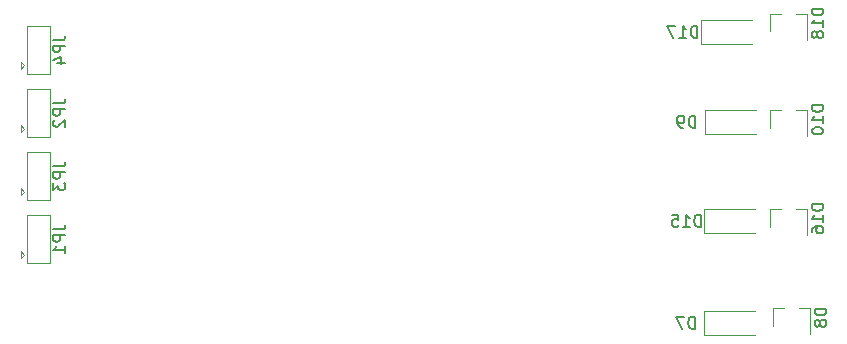
<source format=gbr>
G04 #@! TF.GenerationSoftware,KiCad,Pcbnew,5.1.6-c6e7f7d~87~ubuntu18.04.1*
G04 #@! TF.CreationDate,2020-08-27T22:21:22+02:00*
G04 #@! TF.ProjectId,PeakHoldPWMDriver,5065616b-486f-46c6-9450-574d44726976,rev?*
G04 #@! TF.SameCoordinates,Original*
G04 #@! TF.FileFunction,Legend,Bot*
G04 #@! TF.FilePolarity,Positive*
%FSLAX46Y46*%
G04 Gerber Fmt 4.6, Leading zero omitted, Abs format (unit mm)*
G04 Created by KiCad (PCBNEW 5.1.6-c6e7f7d~87~ubuntu18.04.1) date 2020-08-27 22:21:22*
%MOMM*%
%LPD*%
G01*
G04 APERTURE LIST*
%ADD10C,0.120000*%
%ADD11C,0.150000*%
G04 APERTURE END LIST*
D10*
X138500000Y-79756000D02*
X138200000Y-79456000D01*
X138200000Y-80056000D02*
X138200000Y-79456000D01*
X138500000Y-79756000D02*
X138200000Y-80056000D01*
X138700000Y-80506000D02*
X140700000Y-80506000D01*
X138700000Y-76406000D02*
X138700000Y-80506000D01*
X140700000Y-76406000D02*
X138700000Y-76406000D01*
X140700000Y-80506000D02*
X140700000Y-76406000D01*
X138500000Y-90454000D02*
X138200000Y-90154000D01*
X138200000Y-90754000D02*
X138200000Y-90154000D01*
X138500000Y-90454000D02*
X138200000Y-90754000D01*
X138700000Y-91204000D02*
X140700000Y-91204000D01*
X138700000Y-87104000D02*
X138700000Y-91204000D01*
X140700000Y-87104000D02*
X138700000Y-87104000D01*
X140700000Y-91204000D02*
X140700000Y-87104000D01*
X138500000Y-95788000D02*
X138200000Y-95488000D01*
X138200000Y-96088000D02*
X138200000Y-95488000D01*
X138500000Y-95788000D02*
X138200000Y-96088000D01*
X138700000Y-96538000D02*
X140700000Y-96538000D01*
X138700000Y-92438000D02*
X138700000Y-96538000D01*
X140700000Y-92438000D02*
X138700000Y-92438000D01*
X140700000Y-96538000D02*
X140700000Y-92438000D01*
X138500000Y-85120000D02*
X138200000Y-84820000D01*
X138200000Y-85420000D02*
X138200000Y-84820000D01*
X138500000Y-85120000D02*
X138200000Y-85420000D01*
X138700000Y-85870000D02*
X140700000Y-85870000D01*
X138700000Y-81770000D02*
X138700000Y-85870000D01*
X140700000Y-81770000D02*
X138700000Y-81770000D01*
X140700000Y-85870000D02*
X140700000Y-81770000D01*
X201620000Y-75424000D02*
X201620000Y-76884000D01*
X204780000Y-75424000D02*
X204780000Y-77584000D01*
X204780000Y-75424000D02*
X203850000Y-75424000D01*
X201620000Y-75424000D02*
X202550000Y-75424000D01*
X201620000Y-91950000D02*
X201620000Y-93410000D01*
X204780000Y-91950000D02*
X204780000Y-94110000D01*
X204780000Y-91950000D02*
X203850000Y-91950000D01*
X201620000Y-91950000D02*
X202550000Y-91950000D01*
X201620000Y-83568000D02*
X201620000Y-85028000D01*
X204780000Y-83568000D02*
X204780000Y-85728000D01*
X204780000Y-83568000D02*
X203850000Y-83568000D01*
X201620000Y-83568000D02*
X202550000Y-83568000D01*
X201874000Y-100332000D02*
X201874000Y-101792000D01*
X205034000Y-100332000D02*
X205034000Y-102492000D01*
X205034000Y-100332000D02*
X204104000Y-100332000D01*
X201874000Y-100332000D02*
X202804000Y-100332000D01*
X195796000Y-75962000D02*
X200096000Y-75962000D01*
X195796000Y-77962000D02*
X195796000Y-75962000D01*
X200096000Y-77962000D02*
X195796000Y-77962000D01*
X196050000Y-91964000D02*
X200350000Y-91964000D01*
X196050000Y-93964000D02*
X196050000Y-91964000D01*
X200350000Y-93964000D02*
X196050000Y-93964000D01*
X196106000Y-83582000D02*
X200406000Y-83582000D01*
X196106000Y-85582000D02*
X196106000Y-83582000D01*
X200406000Y-85582000D02*
X196106000Y-85582000D01*
X196078000Y-100600000D02*
X200378000Y-100600000D01*
X196078000Y-102600000D02*
X196078000Y-100600000D01*
X200378000Y-102600000D02*
X196078000Y-102600000D01*
D11*
X140952380Y-77622666D02*
X141666666Y-77622666D01*
X141809523Y-77575047D01*
X141904761Y-77479809D01*
X141952380Y-77336952D01*
X141952380Y-77241714D01*
X141952380Y-78098857D02*
X140952380Y-78098857D01*
X140952380Y-78479809D01*
X141000000Y-78575047D01*
X141047619Y-78622666D01*
X141142857Y-78670285D01*
X141285714Y-78670285D01*
X141380952Y-78622666D01*
X141428571Y-78575047D01*
X141476190Y-78479809D01*
X141476190Y-78098857D01*
X141285714Y-79527428D02*
X141952380Y-79527428D01*
X140904761Y-79289333D02*
X141619047Y-79051238D01*
X141619047Y-79670285D01*
X140952380Y-88320666D02*
X141666666Y-88320666D01*
X141809523Y-88273047D01*
X141904761Y-88177809D01*
X141952380Y-88034952D01*
X141952380Y-87939714D01*
X141952380Y-88796857D02*
X140952380Y-88796857D01*
X140952380Y-89177809D01*
X141000000Y-89273047D01*
X141047619Y-89320666D01*
X141142857Y-89368285D01*
X141285714Y-89368285D01*
X141380952Y-89320666D01*
X141428571Y-89273047D01*
X141476190Y-89177809D01*
X141476190Y-88796857D01*
X140952380Y-89701619D02*
X140952380Y-90320666D01*
X141333333Y-89987333D01*
X141333333Y-90130190D01*
X141380952Y-90225428D01*
X141428571Y-90273047D01*
X141523809Y-90320666D01*
X141761904Y-90320666D01*
X141857142Y-90273047D01*
X141904761Y-90225428D01*
X141952380Y-90130190D01*
X141952380Y-89844476D01*
X141904761Y-89749238D01*
X141857142Y-89701619D01*
X140952380Y-93654666D02*
X141666666Y-93654666D01*
X141809523Y-93607047D01*
X141904761Y-93511809D01*
X141952380Y-93368952D01*
X141952380Y-93273714D01*
X141952380Y-94130857D02*
X140952380Y-94130857D01*
X140952380Y-94511809D01*
X141000000Y-94607047D01*
X141047619Y-94654666D01*
X141142857Y-94702285D01*
X141285714Y-94702285D01*
X141380952Y-94654666D01*
X141428571Y-94607047D01*
X141476190Y-94511809D01*
X141476190Y-94130857D01*
X141952380Y-95654666D02*
X141952380Y-95083238D01*
X141952380Y-95368952D02*
X140952380Y-95368952D01*
X141095238Y-95273714D01*
X141190476Y-95178476D01*
X141238095Y-95083238D01*
X140952380Y-82986666D02*
X141666666Y-82986666D01*
X141809523Y-82939047D01*
X141904761Y-82843809D01*
X141952380Y-82700952D01*
X141952380Y-82605714D01*
X141952380Y-83462857D02*
X140952380Y-83462857D01*
X140952380Y-83843809D01*
X141000000Y-83939047D01*
X141047619Y-83986666D01*
X141142857Y-84034285D01*
X141285714Y-84034285D01*
X141380952Y-83986666D01*
X141428571Y-83939047D01*
X141476190Y-83843809D01*
X141476190Y-83462857D01*
X141047619Y-84415238D02*
X141000000Y-84462857D01*
X140952380Y-84558095D01*
X140952380Y-84796190D01*
X141000000Y-84891428D01*
X141047619Y-84939047D01*
X141142857Y-84986666D01*
X141238095Y-84986666D01*
X141380952Y-84939047D01*
X141952380Y-84367619D01*
X141952380Y-84986666D01*
X206152380Y-74969714D02*
X205152380Y-74969714D01*
X205152380Y-75207809D01*
X205200000Y-75350666D01*
X205295238Y-75445904D01*
X205390476Y-75493523D01*
X205580952Y-75541142D01*
X205723809Y-75541142D01*
X205914285Y-75493523D01*
X206009523Y-75445904D01*
X206104761Y-75350666D01*
X206152380Y-75207809D01*
X206152380Y-74969714D01*
X206152380Y-76493523D02*
X206152380Y-75922095D01*
X206152380Y-76207809D02*
X205152380Y-76207809D01*
X205295238Y-76112571D01*
X205390476Y-76017333D01*
X205438095Y-75922095D01*
X205580952Y-77064952D02*
X205533333Y-76969714D01*
X205485714Y-76922095D01*
X205390476Y-76874476D01*
X205342857Y-76874476D01*
X205247619Y-76922095D01*
X205200000Y-76969714D01*
X205152380Y-77064952D01*
X205152380Y-77255428D01*
X205200000Y-77350666D01*
X205247619Y-77398285D01*
X205342857Y-77445904D01*
X205390476Y-77445904D01*
X205485714Y-77398285D01*
X205533333Y-77350666D01*
X205580952Y-77255428D01*
X205580952Y-77064952D01*
X205628571Y-76969714D01*
X205676190Y-76922095D01*
X205771428Y-76874476D01*
X205961904Y-76874476D01*
X206057142Y-76922095D01*
X206104761Y-76969714D01*
X206152380Y-77064952D01*
X206152380Y-77255428D01*
X206104761Y-77350666D01*
X206057142Y-77398285D01*
X205961904Y-77445904D01*
X205771428Y-77445904D01*
X205676190Y-77398285D01*
X205628571Y-77350666D01*
X205580952Y-77255428D01*
X206152380Y-91495714D02*
X205152380Y-91495714D01*
X205152380Y-91733809D01*
X205200000Y-91876666D01*
X205295238Y-91971904D01*
X205390476Y-92019523D01*
X205580952Y-92067142D01*
X205723809Y-92067142D01*
X205914285Y-92019523D01*
X206009523Y-91971904D01*
X206104761Y-91876666D01*
X206152380Y-91733809D01*
X206152380Y-91495714D01*
X206152380Y-93019523D02*
X206152380Y-92448095D01*
X206152380Y-92733809D02*
X205152380Y-92733809D01*
X205295238Y-92638571D01*
X205390476Y-92543333D01*
X205438095Y-92448095D01*
X205152380Y-93876666D02*
X205152380Y-93686190D01*
X205200000Y-93590952D01*
X205247619Y-93543333D01*
X205390476Y-93448095D01*
X205580952Y-93400476D01*
X205961904Y-93400476D01*
X206057142Y-93448095D01*
X206104761Y-93495714D01*
X206152380Y-93590952D01*
X206152380Y-93781428D01*
X206104761Y-93876666D01*
X206057142Y-93924285D01*
X205961904Y-93971904D01*
X205723809Y-93971904D01*
X205628571Y-93924285D01*
X205580952Y-93876666D01*
X205533333Y-93781428D01*
X205533333Y-93590952D01*
X205580952Y-93495714D01*
X205628571Y-93448095D01*
X205723809Y-93400476D01*
X206152380Y-83113714D02*
X205152380Y-83113714D01*
X205152380Y-83351809D01*
X205200000Y-83494666D01*
X205295238Y-83589904D01*
X205390476Y-83637523D01*
X205580952Y-83685142D01*
X205723809Y-83685142D01*
X205914285Y-83637523D01*
X206009523Y-83589904D01*
X206104761Y-83494666D01*
X206152380Y-83351809D01*
X206152380Y-83113714D01*
X206152380Y-84637523D02*
X206152380Y-84066095D01*
X206152380Y-84351809D02*
X205152380Y-84351809D01*
X205295238Y-84256571D01*
X205390476Y-84161333D01*
X205438095Y-84066095D01*
X205152380Y-85256571D02*
X205152380Y-85351809D01*
X205200000Y-85447047D01*
X205247619Y-85494666D01*
X205342857Y-85542285D01*
X205533333Y-85589904D01*
X205771428Y-85589904D01*
X205961904Y-85542285D01*
X206057142Y-85494666D01*
X206104761Y-85447047D01*
X206152380Y-85351809D01*
X206152380Y-85256571D01*
X206104761Y-85161333D01*
X206057142Y-85113714D01*
X205961904Y-85066095D01*
X205771428Y-85018476D01*
X205533333Y-85018476D01*
X205342857Y-85066095D01*
X205247619Y-85113714D01*
X205200000Y-85161333D01*
X205152380Y-85256571D01*
X206406380Y-100353904D02*
X205406380Y-100353904D01*
X205406380Y-100592000D01*
X205454000Y-100734857D01*
X205549238Y-100830095D01*
X205644476Y-100877714D01*
X205834952Y-100925333D01*
X205977809Y-100925333D01*
X206168285Y-100877714D01*
X206263523Y-100830095D01*
X206358761Y-100734857D01*
X206406380Y-100592000D01*
X206406380Y-100353904D01*
X205834952Y-101496761D02*
X205787333Y-101401523D01*
X205739714Y-101353904D01*
X205644476Y-101306285D01*
X205596857Y-101306285D01*
X205501619Y-101353904D01*
X205454000Y-101401523D01*
X205406380Y-101496761D01*
X205406380Y-101687238D01*
X205454000Y-101782476D01*
X205501619Y-101830095D01*
X205596857Y-101877714D01*
X205644476Y-101877714D01*
X205739714Y-101830095D01*
X205787333Y-101782476D01*
X205834952Y-101687238D01*
X205834952Y-101496761D01*
X205882571Y-101401523D01*
X205930190Y-101353904D01*
X206025428Y-101306285D01*
X206215904Y-101306285D01*
X206311142Y-101353904D01*
X206358761Y-101401523D01*
X206406380Y-101496761D01*
X206406380Y-101687238D01*
X206358761Y-101782476D01*
X206311142Y-101830095D01*
X206215904Y-101877714D01*
X206025428Y-101877714D01*
X205930190Y-101830095D01*
X205882571Y-101782476D01*
X205834952Y-101687238D01*
X195468285Y-77414380D02*
X195468285Y-76414380D01*
X195230190Y-76414380D01*
X195087333Y-76462000D01*
X194992095Y-76557238D01*
X194944476Y-76652476D01*
X194896857Y-76842952D01*
X194896857Y-76985809D01*
X194944476Y-77176285D01*
X194992095Y-77271523D01*
X195087333Y-77366761D01*
X195230190Y-77414380D01*
X195468285Y-77414380D01*
X193944476Y-77414380D02*
X194515904Y-77414380D01*
X194230190Y-77414380D02*
X194230190Y-76414380D01*
X194325428Y-76557238D01*
X194420666Y-76652476D01*
X194515904Y-76700095D01*
X193611142Y-76414380D02*
X192944476Y-76414380D01*
X193373047Y-77414380D01*
X195778285Y-93416380D02*
X195778285Y-92416380D01*
X195540190Y-92416380D01*
X195397333Y-92464000D01*
X195302095Y-92559238D01*
X195254476Y-92654476D01*
X195206857Y-92844952D01*
X195206857Y-92987809D01*
X195254476Y-93178285D01*
X195302095Y-93273523D01*
X195397333Y-93368761D01*
X195540190Y-93416380D01*
X195778285Y-93416380D01*
X194254476Y-93416380D02*
X194825904Y-93416380D01*
X194540190Y-93416380D02*
X194540190Y-92416380D01*
X194635428Y-92559238D01*
X194730666Y-92654476D01*
X194825904Y-92702095D01*
X193349714Y-92416380D02*
X193825904Y-92416380D01*
X193873523Y-92892571D01*
X193825904Y-92844952D01*
X193730666Y-92797333D01*
X193492571Y-92797333D01*
X193397333Y-92844952D01*
X193349714Y-92892571D01*
X193302095Y-92987809D01*
X193302095Y-93225904D01*
X193349714Y-93321142D01*
X193397333Y-93368761D01*
X193492571Y-93416380D01*
X193730666Y-93416380D01*
X193825904Y-93368761D01*
X193873523Y-93321142D01*
X195302095Y-85034380D02*
X195302095Y-84034380D01*
X195064000Y-84034380D01*
X194921142Y-84082000D01*
X194825904Y-84177238D01*
X194778285Y-84272476D01*
X194730666Y-84462952D01*
X194730666Y-84605809D01*
X194778285Y-84796285D01*
X194825904Y-84891523D01*
X194921142Y-84986761D01*
X195064000Y-85034380D01*
X195302095Y-85034380D01*
X194254476Y-85034380D02*
X194064000Y-85034380D01*
X193968761Y-84986761D01*
X193921142Y-84939142D01*
X193825904Y-84796285D01*
X193778285Y-84605809D01*
X193778285Y-84224857D01*
X193825904Y-84129619D01*
X193873523Y-84082000D01*
X193968761Y-84034380D01*
X194159238Y-84034380D01*
X194254476Y-84082000D01*
X194302095Y-84129619D01*
X194349714Y-84224857D01*
X194349714Y-84462952D01*
X194302095Y-84558190D01*
X194254476Y-84605809D01*
X194159238Y-84653428D01*
X193968761Y-84653428D01*
X193873523Y-84605809D01*
X193825904Y-84558190D01*
X193778285Y-84462952D01*
X195274095Y-102052380D02*
X195274095Y-101052380D01*
X195036000Y-101052380D01*
X194893142Y-101100000D01*
X194797904Y-101195238D01*
X194750285Y-101290476D01*
X194702666Y-101480952D01*
X194702666Y-101623809D01*
X194750285Y-101814285D01*
X194797904Y-101909523D01*
X194893142Y-102004761D01*
X195036000Y-102052380D01*
X195274095Y-102052380D01*
X194369333Y-101052380D02*
X193702666Y-101052380D01*
X194131238Y-102052380D01*
M02*

</source>
